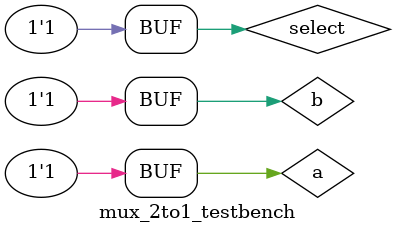
<source format=sv>
/****************************** 
Nguyen Lai
Winter 2018
CSE 469

This is 2 to 1 multiplexer

Input: 2 bits, 1 select line
Output: 1 bit
	
******************************/
`timescale 1ns/10ps
module mux_2to1 (select, a, b, y);
	// Define inputs, outputs, constant and wires
	input logic a, b, select;
	output logic y;
	parameter DELAY = 0.05;
	
	logic a_Out, b_Out;
	
	// Perform multiplexing process
	and #DELAY AndGate1(a_Out, a, ~select);
	and #DELAY AndGate2(b_Out, b,  select);
	or  #DELAY OrGate  (y, a_Out, b_Out);
	
endmodule

module mux_2to1_testbench();
	logic a, b, select;
	logic y;
	
	mux_2to1 dut (.select, .a, .b, .y);
	
	initial begin
		select = 0; 
		
		a = 0; b = 0;
		#10;
		a = 0; b = 1;
		#10;
		a = 1; b = 0;
		#10;
		a = 1; b = 1;
		#10;
		
		select = 1;
		
		a = 0; b = 0;
		#10;
		a = 0; b = 1;
		#10;
		a = 1; b = 0;
		#10;
		a = 1; b = 1;
		#10;
		
	end
endmodule
</source>
